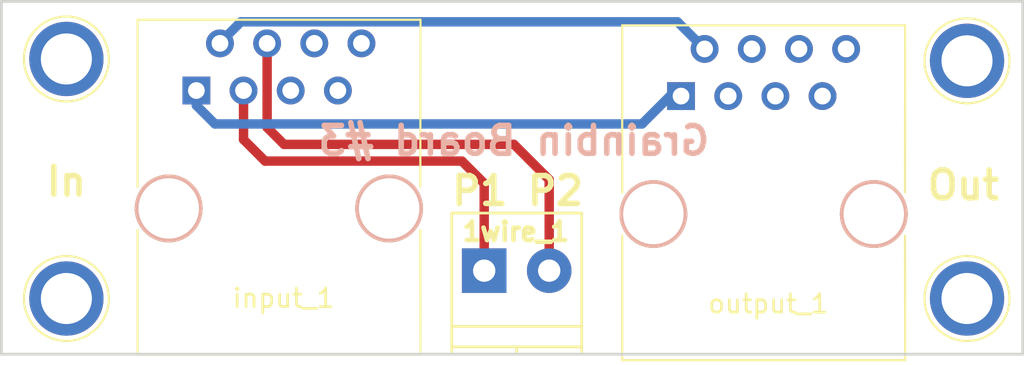
<source format=kicad_pcb>
(kicad_pcb (version 4) (host pcbnew 4.0.7)

  (general
    (links 4)
    (no_connects 0)
    (area 100.924999 75.1246 156.075001 97.5274)
    (thickness 1.6002)
    (drawings 8)
    (tracks 25)
    (zones 0)
    (modules 7)
    (nets 15)
  )

  (page A4)
  (layers
    (0 Top signal)
    (31 Bottom signal)
    (34 B.Paste user)
    (35 F.Paste user)
    (36 B.SilkS user)
    (37 F.SilkS user)
    (38 B.Mask user)
    (39 F.Mask user)
    (44 Edge.Cuts user)
  )

  (setup
    (last_trace_width 0.508)
    (user_trace_width 0.1524)
    (user_trace_width 0.254)
    (user_trace_width 0.381)
    (user_trace_width 0.508)
    (user_trace_width 0.8128)
    (trace_clearance 0.1524)
    (zone_clearance 0.508)
    (zone_45_only no)
    (trace_min 0.1524)
    (segment_width 0.2)
    (edge_width 0.15)
    (via_size 0.6858)
    (via_drill 0.3302)
    (via_min_size 0.6858)
    (via_min_drill 0.3302)
    (user_via 0.6858 0.3302)
    (user_via 0.6858 0.4)
    (user_via 0.762 0.4572)
    (user_via 1.905 0.3302)
    (uvia_size 0.762)
    (uvia_drill 0.508)
    (uvias_allowed no)
    (uvia_min_size 0)
    (uvia_min_drill 0)
    (pcb_text_width 0.3)
    (pcb_text_size 1.5 1.5)
    (mod_edge_width 0.15)
    (mod_text_size 1 1)
    (mod_text_width 0.15)
    (pad_size 4 4)
    (pad_drill 2.75)
    (pad_to_mask_clearance 0.2)
    (aux_axis_origin 0 0)
    (visible_elements 7FFFFFFF)
    (pcbplotparams
      (layerselection 0x00030_80000001)
      (usegerberextensions false)
      (excludeedgelayer true)
      (linewidth 0.100000)
      (plotframeref false)
      (viasonmask false)
      (mode 1)
      (useauxorigin false)
      (hpglpennumber 1)
      (hpglpenspeed 20)
      (hpglpendiameter 15)
      (hpglpenoverlay 2)
      (psnegative false)
      (psa4output false)
      (plotreference true)
      (plotvalue true)
      (plotinvisibletext false)
      (padsonsilk false)
      (subtractmaskfromsilk false)
      (outputformat 1)
      (mirror false)
      (drillshape 1)
      (scaleselection 1)
      (outputdirectory ""))
  )

  (net 0 "")
  (net 1 /pin_1)
  (net 2 /pin_2)
  (net 3 /pin_3)
  (net 4 /pin_4)
  (net 5 "Net-(output_1-Pad7)")
  (net 6 "Net-(output_1-Pad8)")
  (net 7 "Net-(input_1-Pad7)")
  (net 8 "Net-(input_1-Pad8)")
  (net 9 "Net-(output_1-Pad5)")
  (net 10 "Net-(output_1-Pad6)")
  (net 11 "Net-(input_1-Pad5)")
  (net 12 "Net-(input_1-Pad6)")
  (net 13 "Net-(output_1-Pad3)")
  (net 14 "Net-(output_1-Pad4)")

  (net_class Default "This is the default net class."
    (clearance 0.1524)
    (trace_width 0.1524)
    (via_dia 0.6858)
    (via_drill 0.3302)
    (uvia_dia 0.762)
    (uvia_drill 0.508)
    (add_net /pin_1)
    (add_net /pin_2)
    (add_net /pin_3)
    (add_net /pin_4)
    (add_net "Net-(input_1-Pad5)")
    (add_net "Net-(input_1-Pad6)")
    (add_net "Net-(input_1-Pad7)")
    (add_net "Net-(input_1-Pad8)")
    (add_net "Net-(output_1-Pad3)")
    (add_net "Net-(output_1-Pad4)")
    (add_net "Net-(output_1-Pad5)")
    (add_net "Net-(output_1-Pad6)")
    (add_net "Net-(output_1-Pad7)")
    (add_net "Net-(output_1-Pad8)")
  )

  (module Connectors:1pin (layer Top) (tedit 5A1BAE66) (tstamp 59F96DC6)
    (at 104.5 79.1)
    (descr "module 1 pin (ou trou mecanique de percage)")
    (tags DEV)
    (fp_text reference REF** (at 0 -3.048) (layer F.SilkS) hide
      (effects (font (size 1 1) (thickness 0.15)))
    )
    (fp_text value 1pin (at 0 3) (layer F.Fab)
      (effects (font (size 1 1) (thickness 0.15)))
    )
    (fp_circle (center 0 0) (end 2 0.8) (layer F.Fab) (width 0.1))
    (fp_circle (center 0 0) (end 2.6 0) (layer F.CrtYd) (width 0.05))
    (fp_circle (center 0 0) (end 0 -2.286) (layer F.SilkS) (width 0.12))
    (pad "" np_thru_hole circle (at 0 0) (size 4 4) (drill 2.75) (layers *.Cu *.Mask))
  )

  (module Connectors:1pin (layer Top) (tedit 5A1BAE6C) (tstamp 59F96DAE)
    (at 104.5 92)
    (descr "module 1 pin (ou trou mecanique de percage)")
    (tags DEV)
    (fp_text reference REF** (at 0 -3.048) (layer F.SilkS) hide
      (effects (font (size 1 1) (thickness 0.15)))
    )
    (fp_text value 1pin (at 0 3) (layer F.Fab)
      (effects (font (size 1 1) (thickness 0.15)))
    )
    (fp_circle (center 0 0) (end 2 0.8) (layer F.Fab) (width 0.1))
    (fp_circle (center 0 0) (end 2.6 0) (layer F.CrtYd) (width 0.05))
    (fp_circle (center 0 0) (end 0 -2.286) (layer F.SilkS) (width 0.12))
    (pad "" np_thru_hole circle (at 0 0) (size 4 4) (drill 2.75) (layers *.Cu *.Mask))
  )

  (module Connectors:1pin (layer Top) (tedit 5A1BAE7C) (tstamp 59F96C63)
    (at 153 92)
    (descr "module 1 pin (ou trou mecanique de percage)")
    (tags DEV)
    (fp_text reference REF** (at 0 -3.048) (layer F.SilkS) hide
      (effects (font (size 1 1) (thickness 0.15)))
    )
    (fp_text value 1pin (at 0 3) (layer F.Fab)
      (effects (font (size 1 1) (thickness 0.15)))
    )
    (fp_circle (center 0 0) (end 2 0.8) (layer F.Fab) (width 0.1))
    (fp_circle (center 0 0) (end 2.6 0) (layer F.CrtYd) (width 0.05))
    (fp_circle (center 0 0) (end 0 -2.286) (layer F.SilkS) (width 0.12))
    (pad "" np_thru_hole circle (at 0 0) (size 4 4) (drill 2.75) (layers *.Cu *.Mask))
  )

  (module Connectors:RJ45_8 (layer Top) (tedit 0) (tstamp 59F93422)
    (at 111.5 80.8)
    (tags RJ45)
    (path /59F7D4DB)
    (fp_text reference input_1 (at 4.7 11.18) (layer F.SilkS)
      (effects (font (size 1 1) (thickness 0.15)))
    )
    (fp_text value RJ45 (at 4.59 6.25) (layer F.Fab)
      (effects (font (size 1 1) (thickness 0.15)))
    )
    (fp_line (start -3.17 14.22) (end 12.07 14.22) (layer F.SilkS) (width 0.12))
    (fp_line (start 12.07 -3.81) (end 12.06 5.18) (layer F.SilkS) (width 0.12))
    (fp_line (start 12.07 -3.81) (end -3.17 -3.81) (layer F.SilkS) (width 0.12))
    (fp_line (start -3.17 -3.81) (end -3.17 5.19) (layer F.SilkS) (width 0.12))
    (fp_line (start 12.06 7.52) (end 12.07 14.22) (layer F.SilkS) (width 0.12))
    (fp_line (start -3.17 7.51) (end -3.17 14.22) (layer F.SilkS) (width 0.12))
    (fp_line (start -3.56 -4.06) (end 12.46 -4.06) (layer F.CrtYd) (width 0.05))
    (fp_line (start -3.56 -4.06) (end -3.56 14.47) (layer F.CrtYd) (width 0.05))
    (fp_line (start 12.46 14.47) (end 12.46 -4.06) (layer F.CrtYd) (width 0.05))
    (fp_line (start 12.46 14.47) (end -3.56 14.47) (layer F.CrtYd) (width 0.05))
    (pad Hole np_thru_hole circle (at 10.38 6.35) (size 3.65 3.65) (drill 3.25) (layers *.Cu *.SilkS *.Mask))
    (pad Hole np_thru_hole circle (at -1.49 6.35) (size 3.65 3.65) (drill 3.25) (layers *.Cu *.SilkS *.Mask))
    (pad 1 thru_hole rect (at 0 0) (size 1.5 1.5) (drill 0.9) (layers *.Cu *.Mask)
      (net 1 /pin_1))
    (pad 2 thru_hole circle (at 1.27 -2.54) (size 1.5 1.5) (drill 0.9) (layers *.Cu *.Mask)
      (net 2 /pin_2))
    (pad 3 thru_hole circle (at 2.54 0) (size 1.5 1.5) (drill 0.9) (layers *.Cu *.Mask)
      (net 3 /pin_3))
    (pad 4 thru_hole circle (at 3.81 -2.54) (size 1.5 1.5) (drill 0.9) (layers *.Cu *.Mask)
      (net 4 /pin_4))
    (pad 5 thru_hole circle (at 5.08 0) (size 1.5 1.5) (drill 0.9) (layers *.Cu *.Mask)
      (net 11 "Net-(input_1-Pad5)"))
    (pad 6 thru_hole circle (at 6.35 -2.54) (size 1.5 1.5) (drill 0.9) (layers *.Cu *.Mask)
      (net 12 "Net-(input_1-Pad6)"))
    (pad 7 thru_hole circle (at 7.62 0) (size 1.5 1.5) (drill 0.9) (layers *.Cu *.Mask)
      (net 7 "Net-(input_1-Pad7)"))
    (pad 8 thru_hole circle (at 8.89 -2.54) (size 1.5 1.5) (drill 0.9) (layers *.Cu *.Mask)
      (net 8 "Net-(input_1-Pad8)"))
    (model ${KISYS3DMOD}/Connectors.3dshapes/RJ45_8.wrl
      (at (xyz 0.18 -0.25 0))
      (scale (xyz 0.4 0.4 0.4))
      (rotate (xyz 0 0 0))
    )
  )

  (module Connectors:RJ45_8 (layer Top) (tedit 0) (tstamp 59F9344F)
    (at 137.6 81.1)
    (tags RJ45)
    (path /59F7D67C)
    (fp_text reference output_1 (at 4.7 11.18) (layer F.SilkS)
      (effects (font (size 1 1) (thickness 0.15)))
    )
    (fp_text value RJ45 (at 4.59 6.25) (layer F.Fab)
      (effects (font (size 1 1) (thickness 0.15)))
    )
    (fp_line (start -3.17 14.22) (end 12.07 14.22) (layer F.SilkS) (width 0.12))
    (fp_line (start 12.07 -3.81) (end 12.06 5.18) (layer F.SilkS) (width 0.12))
    (fp_line (start 12.07 -3.81) (end -3.17 -3.81) (layer F.SilkS) (width 0.12))
    (fp_line (start -3.17 -3.81) (end -3.17 5.19) (layer F.SilkS) (width 0.12))
    (fp_line (start 12.06 7.52) (end 12.07 14.22) (layer F.SilkS) (width 0.12))
    (fp_line (start -3.17 7.51) (end -3.17 14.22) (layer F.SilkS) (width 0.12))
    (fp_line (start -3.56 -4.06) (end 12.46 -4.06) (layer F.CrtYd) (width 0.05))
    (fp_line (start -3.56 -4.06) (end -3.56 14.47) (layer F.CrtYd) (width 0.05))
    (fp_line (start 12.46 14.47) (end 12.46 -4.06) (layer F.CrtYd) (width 0.05))
    (fp_line (start 12.46 14.47) (end -3.56 14.47) (layer F.CrtYd) (width 0.05))
    (pad Hole np_thru_hole circle (at 10.38 6.35) (size 3.65 3.65) (drill 3.25) (layers *.Cu *.SilkS *.Mask))
    (pad Hole np_thru_hole circle (at -1.49 6.35) (size 3.65 3.65) (drill 3.25) (layers *.Cu *.SilkS *.Mask))
    (pad 1 thru_hole rect (at 0 0) (size 1.5 1.5) (drill 0.9) (layers *.Cu *.Mask)
      (net 1 /pin_1))
    (pad 2 thru_hole circle (at 1.27 -2.54) (size 1.5 1.5) (drill 0.9) (layers *.Cu *.Mask)
      (net 2 /pin_2))
    (pad 3 thru_hole circle (at 2.54 0) (size 1.5 1.5) (drill 0.9) (layers *.Cu *.Mask)
      (net 13 "Net-(output_1-Pad3)"))
    (pad 4 thru_hole circle (at 3.81 -2.54) (size 1.5 1.5) (drill 0.9) (layers *.Cu *.Mask)
      (net 14 "Net-(output_1-Pad4)"))
    (pad 5 thru_hole circle (at 5.08 0) (size 1.5 1.5) (drill 0.9) (layers *.Cu *.Mask)
      (net 9 "Net-(output_1-Pad5)"))
    (pad 6 thru_hole circle (at 6.35 -2.54) (size 1.5 1.5) (drill 0.9) (layers *.Cu *.Mask)
      (net 10 "Net-(output_1-Pad6)"))
    (pad 7 thru_hole circle (at 7.62 0) (size 1.5 1.5) (drill 0.9) (layers *.Cu *.Mask)
      (net 5 "Net-(output_1-Pad7)"))
    (pad 8 thru_hole circle (at 8.89 -2.54) (size 1.5 1.5) (drill 0.9) (layers *.Cu *.Mask)
      (net 6 "Net-(output_1-Pad8)"))
    (model ${KISYS3DMOD}/Connectors.3dshapes/RJ45_8.wrl
      (at (xyz 0.18 -0.25 0))
      (scale (xyz 0.4 0.4 0.4))
      (rotate (xyz 0 0 0))
    )
  )

  (module Connectors:1pin (layer Top) (tedit 5A1BAE74) (tstamp 59F96ABF)
    (at 153 79.2)
    (descr "module 1 pin (ou trou mecanique de percage)")
    (tags DEV)
    (fp_text reference REF** (at 0 -3.048) (layer F.SilkS) hide
      (effects (font (size 1 1) (thickness 0.15)))
    )
    (fp_text value 1pin (at 0 3) (layer F.Fab)
      (effects (font (size 1 1) (thickness 0.15)))
    )
    (fp_circle (center 0 0) (end 2 0.8) (layer F.Fab) (width 0.1))
    (fp_circle (center 0 0) (end 2.6 0) (layer F.CrtYd) (width 0.05))
    (fp_circle (center 0 0) (end 0 -2.286) (layer F.SilkS) (width 0.12))
    (pad "" np_thru_hole circle (at 0 0) (size 4 4) (drill 2.75) (layers *.Cu *.Mask))
  )

  (module TerminalBlocks_Phoenix:TerminalBlock_Phoenix_PT-3.5mm_2pol (layer Top) (tedit 5A1BAE81) (tstamp 5A190D89)
    (at 127 90.5)
    (descr "2-way 3.5mm pitch terminal block, Phoenix PT series")
    (path /59F920CA)
    (fp_text reference 1wire_1 (at 1.7 -2.1) (layer F.SilkS)
      (effects (font (size 1 1) (thickness 0.25)))
    )
    (fp_text value Screw_Terminal_01x02 (at 1.75 6) (layer F.Fab)
      (effects (font (size 1 1) (thickness 0.15)))
    )
    (fp_text user %R (at 1.75 0) (layer F.Fab)
      (effects (font (size 1 1) (thickness 0.15)))
    )
    (fp_line (start -1.9 -3.3) (end 5.4 -3.3) (layer F.CrtYd) (width 0.05))
    (fp_line (start -1.9 4.7) (end -1.9 -3.3) (layer F.CrtYd) (width 0.05))
    (fp_line (start 5.4 4.7) (end -1.9 4.7) (layer F.CrtYd) (width 0.05))
    (fp_line (start 5.4 -3.3) (end 5.4 4.7) (layer F.CrtYd) (width 0.05))
    (fp_line (start 1.75 4.1) (end 1.75 4.5) (layer F.SilkS) (width 0.15))
    (fp_line (start -1.75 3) (end 5.25 3) (layer F.SilkS) (width 0.15))
    (fp_line (start -1.75 4.1) (end 5.25 4.1) (layer F.SilkS) (width 0.15))
    (fp_line (start -1.75 -3.1) (end -1.75 4.5) (layer F.SilkS) (width 0.15))
    (fp_line (start 5.25 4.5) (end 5.25 -3.1) (layer F.SilkS) (width 0.15))
    (fp_line (start 5.25 -3.1) (end -1.75 -3.1) (layer F.SilkS) (width 0.15))
    (pad 2 thru_hole circle (at 3.5 0) (size 2.4 2.4) (drill 1.2) (layers *.Cu *.Mask)
      (net 4 /pin_4))
    (pad 1 thru_hole rect (at 0 0) (size 2.4 2.4) (drill 1.2) (layers *.Cu *.Mask)
      (net 3 /pin_3))
    (model ${KISYS3DMOD}/TerminalBlock_Phoenix.3dshapes/TerminalBlock_Phoenix_PT-3.5mm_2pol.wrl
      (at (xyz 0 0 0))
      (scale (xyz 1 1 1))
      (rotate (xyz 0 0 0))
    )
  )

  (gr_text "P1 P2" (at 128.8 86.2) (layer F.SilkS)
    (effects (font (size 1.5 1.5) (thickness 0.3)))
  )
  (gr_text "Grainbin Board #3" (at 128.6 83.5) (layer B.SilkS)
    (effects (font (size 1.5 1.5) (thickness 0.3)) (justify mirror))
  )
  (gr_text "Out\n" (at 152.8 85.9) (layer F.SilkS)
    (effects (font (size 1.5 1.5) (thickness 0.3)))
  )
  (gr_text In (at 104.5 85.7) (layer F.SilkS)
    (effects (font (size 1.5 1.5) (thickness 0.3)))
  )
  (gr_line (start 101 76) (end 101 95) (angle 90) (layer Edge.Cuts) (width 0.15))
  (gr_line (start 101 76) (end 156 76) (angle 90) (layer Edge.Cuts) (width 0.15))
  (gr_line (start 156 76) (end 156 95) (angle 90) (layer Edge.Cuts) (width 0.15) (tstamp 59F93B0F))
  (gr_line (start 156 95) (end 101 95) (angle 90) (layer Edge.Cuts) (width 0.15))

  (segment (start 111.5 80.8) (end 111.5 81.6) (width 0.508) (layer Bottom) (net 1))
  (segment (start 135.5 82.6) (end 137.3 80.8) (width 0.508) (layer Bottom) (net 1) (tstamp 5A19FCC1))
  (segment (start 112.5 82.6) (end 135.5 82.6) (width 0.508) (layer Bottom) (net 1) (tstamp 5A19FCBA))
  (segment (start 111.5 81.6) (end 112.5 82.6) (width 0.508) (layer Bottom) (net 1) (tstamp 5A19FCB8))
  (segment (start 111.5 80.8) (end 111.5 81.5) (width 0.508) (layer Bottom) (net 1))
  (segment (start 112.77 78.26) (end 112.77 78.23) (width 0.508) (layer Bottom) (net 2))
  (segment (start 112.77 78.23) (end 113.9 77.1) (width 0.508) (layer Bottom) (net 2) (tstamp 5A19FC9F))
  (segment (start 137.41 77.1) (end 138.57 78.26) (width 0.508) (layer Bottom) (net 2) (tstamp 5A19FCA7))
  (segment (start 113.9 77.1) (end 137.41 77.1) (width 0.508) (layer Bottom) (net 2) (tstamp 5A19FCA2))
  (segment (start 112.77 78.26) (end 112.86 78.26) (width 0.508) (layer Bottom) (net 2))
  (segment (start 114.04 80.8) (end 114.04 81.14) (width 0.508) (layer Bottom) (net 3))
  (segment (start 114.04 80.8) (end 114.04 83.44) (width 0.508) (layer Top) (net 3))
  (segment (start 127 85.8) (end 127 90.5) (width 0.508) (layer Top) (net 3) (tstamp 5A19FD1A))
  (segment (start 125.8 84.6) (end 127 85.8) (width 0.508) (layer Top) (net 3) (tstamp 5A19FD14))
  (segment (start 115.2 84.6) (end 125.8 84.6) (width 0.508) (layer Top) (net 3) (tstamp 5A19FD0D))
  (segment (start 114.04 83.44) (end 115.2 84.6) (width 0.508) (layer Top) (net 3) (tstamp 5A19FD09))
  (segment (start 115.31 78.26) (end 115.31 82.79) (width 0.508) (layer Top) (net 4))
  (segment (start 130.5 85.6) (end 130.5 90.5) (width 0.508) (layer Top) (net 4) (tstamp 5A19FD03))
  (segment (start 128.6 83.7) (end 130.5 85.6) (width 0.508) (layer Top) (net 4) (tstamp 5A19FCFD))
  (segment (start 116.22 83.7) (end 128.6 83.7) (width 0.508) (layer Top) (net 4) (tstamp 5A19FCF8))
  (segment (start 115.31 82.79) (end 116.22 83.7) (width 0.508) (layer Top) (net 4) (tstamp 5A19FCF0))
  (segment (start 115.31 78.26) (end 115.31 78.09) (width 0.508) (layer Top) (net 4))
  (segment (start 115.31 78.26) (end 115.44 78.26) (width 0.508) (layer Top) (net 4))
  (segment (start 116.58 80.8) (end 116.58 81.28) (width 0.254) (layer Bottom) (net 11))
  (segment (start 117.85 78.26) (end 117.86 78.26) (width 0.381) (layer Top) (net 12))

)

</source>
